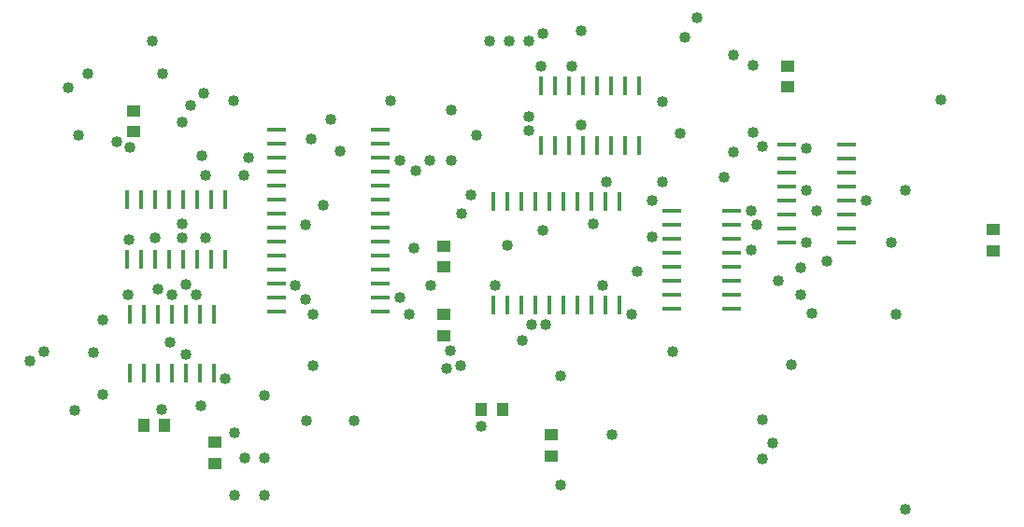
<source format=gbr>
G04 DipTrace 2.2.0.9*
%INBottomPaste.gbr*%
%MOIN*%
%ADD24C,0.04*%
%ADD32R,0.0707X0.0156*%
%ADD38R,0.0156X0.0707*%
%ADD44R,0.0432X0.0511*%
%ADD46R,0.0511X0.0432*%
%FSLAX44Y44*%
%SFA1B1*%
%OFA0B0*%
G04*
G70*
G90*
G75*
G01*
%LNBotPaste*%
%LPD*%
D24*
X8188Y10173D3*
X33990Y15256D3*
X23727Y18599D3*
X9038Y17705D3*
X20973Y17056D3*
X34376Y13443D3*
X9438Y12249D3*
X38440Y19196D3*
X20220Y12572D3*
X31871Y14745D3*
X10640Y8155D3*
X30691Y16440D3*
X27395Y11529D3*
X20973Y18849D3*
X9473Y14218D3*
X12130Y19457D3*
X9503Y17505D3*
X31671Y15256D3*
X16669Y18495D3*
X22527Y12572D3*
X17019Y17375D3*
X23727Y18099D3*
X28507Y19142D3*
X27595Y13072D3*
X29290Y21440D3*
X12055Y17219D3*
X7535Y8094D3*
X5940Y9864D3*
X20205Y17025D3*
X8538Y11346D3*
X11355Y14285D3*
X19620Y13899D3*
X32071Y17542D3*
X11499Y12617D3*
X13725Y17149D3*
X26031Y14774D3*
X11685Y18995D3*
X28142Y14295D3*
X19705Y16675D3*
X28142Y15595D3*
X32440Y6940D3*
X32644Y12745D3*
X33439Y13193D3*
Y12245D3*
X33821Y11583D3*
X36846Y11529D3*
X15419Y12585D3*
X37166Y4590D3*
X33640Y15974D3*
X37166D3*
X32071Y7764D3*
X28857Y10216D3*
X25608Y18299D3*
Y21689D3*
X24227Y21579D3*
X22327Y21323D3*
X10305D3*
X7668Y17927D3*
X25258Y20400D3*
X8018Y20157D3*
X10655D3*
X23027Y21323D3*
X23727D3*
X29132Y18024D3*
X29735Y22129D3*
X24882Y9347D3*
Y5440D3*
X16040Y9699D3*
Y11529D3*
X23512Y10615D3*
X20947Y10225D3*
X21297Y9694D3*
X23827Y11185D3*
X19470Y11529D3*
X24327Y11185D3*
X19120Y12149D3*
X14294Y6417D3*
X13594D3*
X10945Y10548D3*
X10999Y12249D3*
X8538Y8688D3*
X6440Y10218D3*
X10499Y12449D3*
X26714Y7238D3*
X24245Y14542D3*
X26364Y12572D3*
X32071Y6390D3*
X7318Y19639D3*
X11853Y12249D3*
X10405Y14285D3*
X13189Y19167D3*
X18806D3*
X12207Y14285D3*
X12917Y9244D3*
X15769Y14742D3*
Y12085D3*
X14294Y8640D3*
X21873Y17949D3*
X22052Y7540D3*
X20797Y9602D3*
X15975Y17795D3*
X11355Y18417D3*
Y14785D3*
X11499Y10123D3*
X12040Y8290D3*
X14294Y5090D3*
X13244D3*
Y7315D3*
X16390Y15437D3*
X19120Y17025D3*
X22977Y13997D3*
X12207Y16519D3*
X13573D3*
X24186Y20400D3*
X21323Y15142D3*
X17490Y7740D3*
X15790D3*
X21673Y15823D3*
X26519Y16273D3*
X28492D3*
X31041Y17356D3*
Y20800D3*
X36666Y14124D3*
X33640D3*
X35766Y15624D3*
X33640Y17474D3*
X31741Y18042D3*
Y20450D3*
X31684Y13856D3*
X33089Y9737D3*
D46*
X32956Y19674D3*
Y20422D3*
X12520Y6965D3*
Y6217D3*
X40288Y13824D3*
Y14572D3*
X24532Y7238D3*
Y6490D3*
D44*
X10002Y7560D3*
X10750D3*
D46*
X20710Y13238D3*
Y13986D3*
Y10781D3*
Y11529D3*
X9634Y18074D3*
Y18822D3*
D44*
X22800Y8152D3*
X22052D3*
D38*
X9499Y11555D3*
X9999D3*
X10499D3*
X10999D3*
X11499D3*
X11999D3*
X12499D3*
Y9429D3*
X11999D3*
X11499D3*
X10999D3*
X10499D3*
X9999D3*
X9499D3*
D32*
X18426Y18149D3*
Y17649D3*
Y17149D3*
Y16649D3*
Y16149D3*
Y15649D3*
Y15149D3*
Y14649D3*
Y14149D3*
Y13649D3*
Y13149D3*
Y12649D3*
Y12149D3*
Y11649D3*
X14726D3*
Y12149D3*
Y12649D3*
Y13149D3*
Y13649D3*
Y14149D3*
Y14649D3*
Y15149D3*
Y15649D3*
Y16149D3*
Y16649D3*
Y17149D3*
Y17649D3*
Y18149D3*
D38*
X9405Y15650D3*
X9905D3*
X10405D3*
X10905D3*
X11405D3*
X11905D3*
X12405D3*
X12905D3*
Y13524D3*
X12405D3*
X11905D3*
X11405D3*
X10905D3*
X10405D3*
X9905D3*
X9405D3*
X22477Y15579D3*
X22977D3*
X23477D3*
X23977D3*
X24477D3*
X24977D3*
X25477D3*
X25977D3*
X26477D3*
X26977D3*
Y11879D3*
X26477D3*
X25977D3*
X25477D3*
X24977D3*
X24477D3*
X23977D3*
X23477D3*
X22977D3*
X22477D3*
D32*
X30977Y15245D3*
Y14745D3*
Y14245D3*
Y13745D3*
Y13245D3*
Y12745D3*
Y12245D3*
Y11745D3*
X28851D3*
Y12245D3*
Y12745D3*
Y13245D3*
Y13745D3*
Y14245D3*
Y14745D3*
Y15245D3*
D38*
X24186Y19706D3*
X24686D3*
X25186D3*
X25686D3*
X26186D3*
X26686D3*
X27186D3*
X27686D3*
Y17580D3*
X27186D3*
X26686D3*
X26186D3*
X25686D3*
X25186D3*
X24686D3*
X24186D3*
D32*
X32946Y14124D3*
Y14624D3*
Y15124D3*
Y15624D3*
Y16124D3*
Y16624D3*
Y17124D3*
Y17624D3*
X35072D3*
Y17124D3*
Y16624D3*
Y16124D3*
Y15624D3*
Y15124D3*
Y14624D3*
Y14124D3*
M02*

</source>
